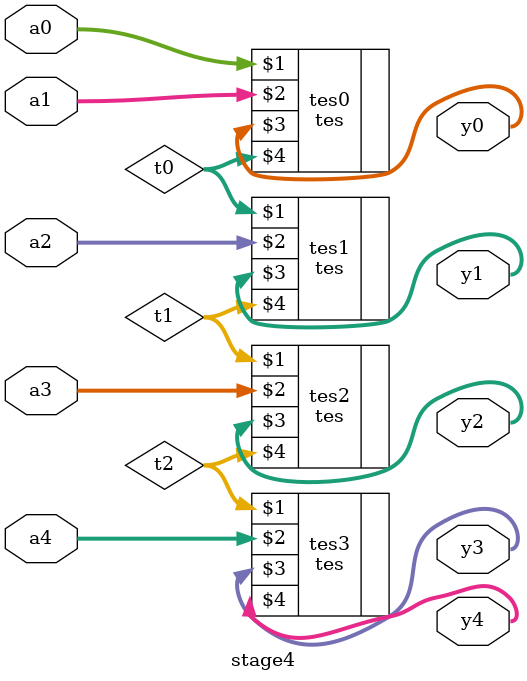
<source format=sv>
/*
	Author : Vishnu Prakash Bharadwaj
	Module : stage4.sv
*/

module stage4(
	input [7:0] a0,
	input [7:0] a1,
	input [7:0] a2,
	input [7:0] a3,
	input [7:0] a4,
	output [7:0] y0,
	output [7:0] y1,
	output [7:0] y2,
	output [7:0] y3,
	output [7:0] y4
);
	wire [7:0] t0, t1, t2;

	// module instances
	tes tes0(a0, a1, y0, t0);
	tes tes1(t0, a2, y1, t1);
	tes tes2(t1, a3, y2, t2);
	tes tes3(t2, a4, y3, y4);

endmodule


</source>
